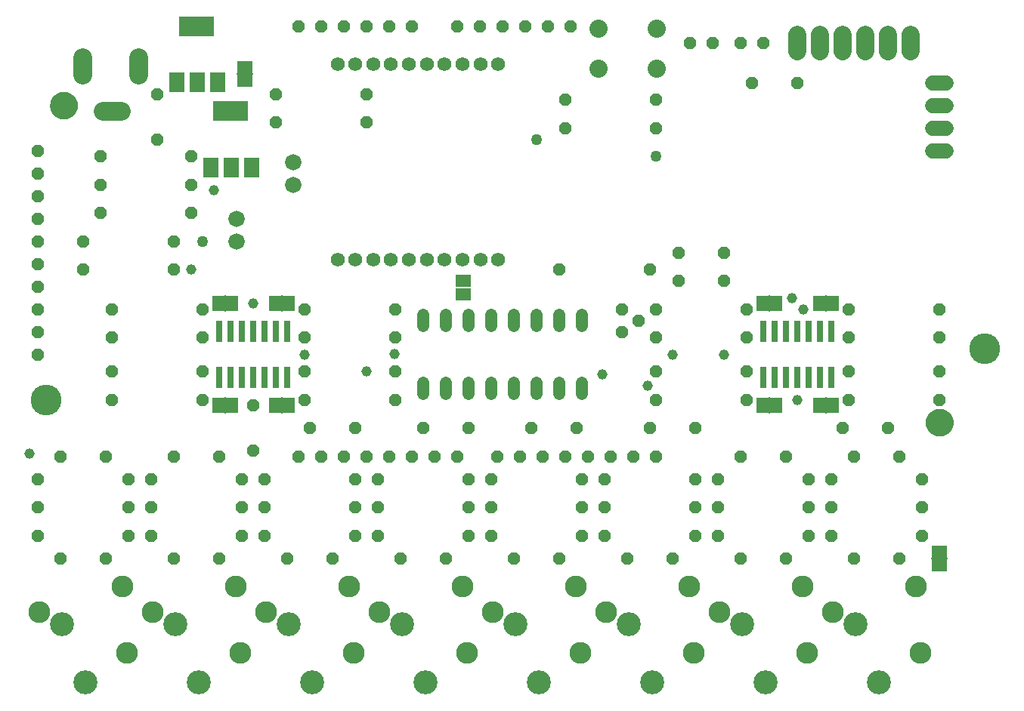
<source format=gts>
G75*
G70*
%OFA0B0*%
%FSLAX24Y24*%
%IPPOS*%
%LPD*%
%AMOC8*
5,1,8,0,0,1.08239X$1,22.5*
%
%ADD10C,0.0960*%
%ADD11C,0.1060*%
%ADD12C,0.0800*%
%ADD13OC8,0.0540*%
%ADD14OC8,0.0560*%
%ADD15C,0.0651*%
%ADD16C,0.0500*%
%ADD17R,0.0690X0.0520*%
%ADD18R,0.0720X0.0060*%
%ADD19C,0.1360*%
%ADD20C,0.0847*%
%ADD21R,0.0650X0.0850*%
%ADD22R,0.1560X0.0850*%
%ADD23C,0.0620*%
%ADD24C,0.0651*%
%ADD25R,0.0300X0.0930*%
%ADD26R,0.0520X0.0690*%
%ADD27R,0.0060X0.0720*%
%ADD28C,0.0540*%
%ADD29C,0.0720*%
%ADD30C,0.0800*%
%ADD31C,0.0457*%
%ADD32C,0.0496*%
D10*
X006619Y005251D03*
X007759Y007061D03*
X006409Y008201D03*
X002759Y007061D03*
X011409Y008201D03*
X012759Y007061D03*
X011619Y005251D03*
X016409Y008201D03*
X017759Y007061D03*
X016619Y005251D03*
X021619Y005251D03*
X022759Y007061D03*
X021409Y008201D03*
X026409Y008201D03*
X027759Y007061D03*
X026619Y005251D03*
X031409Y008201D03*
X032759Y007061D03*
X031619Y005251D03*
X036409Y008201D03*
X037759Y007061D03*
X036619Y005251D03*
X041619Y005251D03*
X041409Y008201D03*
D11*
X004769Y003971D03*
X003749Y006511D03*
X008749Y006511D03*
X009769Y003971D03*
X013749Y006511D03*
X014769Y003971D03*
X018749Y006511D03*
X019769Y003971D03*
X023749Y006511D03*
X024769Y003971D03*
X028749Y006511D03*
X029769Y003971D03*
X033749Y006511D03*
X034769Y003971D03*
X038749Y006511D03*
X039769Y003971D03*
D12*
X040189Y031821D02*
X040189Y032561D01*
X039189Y032561D02*
X039189Y031821D01*
X038189Y031821D02*
X038189Y032561D01*
X037189Y032561D02*
X037189Y031821D01*
X036189Y031821D02*
X036189Y032561D01*
X041189Y032561D02*
X041189Y031821D01*
D13*
X036189Y030441D03*
X034189Y030441D03*
X029939Y029691D03*
X029939Y028441D03*
X025939Y028441D03*
X025939Y029691D03*
X017189Y029941D03*
X017189Y028691D03*
X013189Y028691D03*
X013189Y029941D03*
X009439Y027191D03*
X007939Y027941D03*
X005439Y027191D03*
X005439Y025941D03*
X005439Y024691D03*
X004689Y023441D03*
X004689Y022191D03*
X005939Y020441D03*
X005939Y019191D03*
X005939Y017691D03*
X005939Y016441D03*
X005689Y013941D03*
X006689Y012941D03*
X007689Y012941D03*
X008689Y013941D03*
X010689Y013941D03*
X011689Y012941D03*
X012689Y012941D03*
X012189Y014191D03*
X014689Y015191D03*
X014439Y016441D03*
X014439Y017691D03*
X014439Y019191D03*
X014439Y020441D03*
X018439Y020441D03*
X018439Y019191D03*
X018439Y017691D03*
X018439Y016441D03*
X019689Y015191D03*
X021689Y015191D03*
X021689Y012941D03*
X022689Y012941D03*
X022689Y011691D03*
X021689Y011691D03*
X021689Y010441D03*
X022689Y010441D03*
X023689Y009441D03*
X025689Y009441D03*
X026689Y010441D03*
X027689Y010441D03*
X027689Y011691D03*
X026689Y011691D03*
X026689Y012941D03*
X027689Y012941D03*
X026439Y015191D03*
X024439Y015191D03*
X029689Y015191D03*
X029939Y016441D03*
X029939Y017691D03*
X029939Y019191D03*
X029189Y019941D03*
X028439Y020441D03*
X028439Y019441D03*
X029939Y020441D03*
X030939Y021691D03*
X029689Y022191D03*
X030939Y022941D03*
X032939Y022941D03*
X032939Y021691D03*
X033939Y020441D03*
X033939Y019191D03*
X033939Y017691D03*
X033939Y016441D03*
X031689Y015191D03*
X033689Y013941D03*
X032689Y012941D03*
X031689Y012941D03*
X031689Y011691D03*
X032689Y011691D03*
X032689Y010441D03*
X031689Y010441D03*
X030689Y009441D03*
X028689Y009441D03*
X033689Y009441D03*
X035689Y009441D03*
X036689Y010441D03*
X037689Y010441D03*
X037689Y011691D03*
X036689Y011691D03*
X036689Y012941D03*
X037689Y012941D03*
X038689Y013941D03*
X038189Y015191D03*
X038439Y016441D03*
X038439Y017691D03*
X038439Y019191D03*
X038439Y020441D03*
X042439Y020441D03*
X042439Y019191D03*
X042439Y017691D03*
X042439Y016441D03*
X040189Y015191D03*
X040689Y013941D03*
X041689Y012941D03*
X041689Y011691D03*
X041689Y010441D03*
X040689Y009441D03*
X038689Y009441D03*
X035689Y013941D03*
X025689Y022191D03*
X016689Y015191D03*
X016689Y012941D03*
X017689Y012941D03*
X017689Y011691D03*
X016689Y011691D03*
X016689Y010441D03*
X017689Y010441D03*
X018689Y009441D03*
X020689Y009441D03*
X015689Y009441D03*
X013689Y009441D03*
X012689Y010441D03*
X011689Y010441D03*
X011689Y011691D03*
X012689Y011691D03*
X010689Y009441D03*
X008689Y009441D03*
X007689Y010441D03*
X006689Y010441D03*
X006689Y011691D03*
X007689Y011691D03*
X005689Y009441D03*
X003689Y009441D03*
X002689Y010441D03*
X002689Y011691D03*
X002689Y012941D03*
X003689Y013941D03*
X009939Y016441D03*
X009939Y017691D03*
X009939Y019191D03*
X009939Y020441D03*
X008689Y022191D03*
X008689Y023441D03*
X009439Y024691D03*
X009439Y025941D03*
X007939Y029941D03*
X012189Y016191D03*
D14*
X014189Y013941D03*
X015189Y013941D03*
X016189Y013941D03*
X017189Y013941D03*
X018189Y013941D03*
X019189Y013941D03*
X020189Y013941D03*
X021189Y013941D03*
X022939Y013941D03*
X023939Y013941D03*
X024939Y013941D03*
X025939Y013941D03*
X026939Y013941D03*
X027939Y013941D03*
X028939Y013941D03*
X029939Y013941D03*
X031439Y032191D03*
X032439Y032191D03*
X033689Y032191D03*
X034689Y032191D03*
X026189Y032941D03*
X025189Y032941D03*
X024189Y032941D03*
X023189Y032941D03*
X022189Y032941D03*
X021189Y032941D03*
X019189Y032941D03*
X018189Y032941D03*
X017189Y032941D03*
X016189Y032941D03*
X015189Y032941D03*
X014189Y032941D03*
X002689Y027441D03*
X002689Y026441D03*
X002689Y025441D03*
X002689Y024441D03*
X002689Y023441D03*
X002689Y022441D03*
X002689Y021441D03*
X002689Y020441D03*
X002689Y019441D03*
X002689Y018441D03*
D15*
X003814Y029441D03*
X042439Y015441D03*
D16*
X042083Y015441D02*
X042085Y015478D01*
X042091Y015515D01*
X042100Y015551D01*
X042114Y015586D01*
X042131Y015619D01*
X042151Y015650D01*
X042174Y015679D01*
X042201Y015706D01*
X042230Y015729D01*
X042261Y015749D01*
X042294Y015766D01*
X042329Y015780D01*
X042365Y015789D01*
X042402Y015795D01*
X042439Y015797D01*
X042476Y015795D01*
X042513Y015789D01*
X042549Y015780D01*
X042584Y015766D01*
X042617Y015749D01*
X042648Y015729D01*
X042677Y015706D01*
X042704Y015679D01*
X042727Y015650D01*
X042747Y015619D01*
X042764Y015586D01*
X042778Y015551D01*
X042787Y015515D01*
X042793Y015478D01*
X042795Y015441D01*
X042793Y015404D01*
X042787Y015367D01*
X042778Y015331D01*
X042764Y015296D01*
X042747Y015263D01*
X042727Y015232D01*
X042704Y015203D01*
X042677Y015176D01*
X042648Y015153D01*
X042617Y015133D01*
X042584Y015116D01*
X042549Y015102D01*
X042513Y015093D01*
X042476Y015087D01*
X042439Y015085D01*
X042402Y015087D01*
X042365Y015093D01*
X042329Y015102D01*
X042294Y015116D01*
X042261Y015133D01*
X042230Y015153D01*
X042201Y015176D01*
X042174Y015203D01*
X042151Y015232D01*
X042131Y015263D01*
X042114Y015296D01*
X042100Y015331D01*
X042091Y015367D01*
X042085Y015404D01*
X042083Y015441D01*
X003458Y029441D02*
X003460Y029478D01*
X003466Y029515D01*
X003475Y029551D01*
X003489Y029586D01*
X003506Y029619D01*
X003526Y029650D01*
X003549Y029679D01*
X003576Y029706D01*
X003605Y029729D01*
X003636Y029749D01*
X003669Y029766D01*
X003704Y029780D01*
X003740Y029789D01*
X003777Y029795D01*
X003814Y029797D01*
X003851Y029795D01*
X003888Y029789D01*
X003924Y029780D01*
X003959Y029766D01*
X003992Y029749D01*
X004023Y029729D01*
X004052Y029706D01*
X004079Y029679D01*
X004102Y029650D01*
X004122Y029619D01*
X004139Y029586D01*
X004153Y029551D01*
X004162Y029515D01*
X004168Y029478D01*
X004170Y029441D01*
X004168Y029404D01*
X004162Y029367D01*
X004153Y029331D01*
X004139Y029296D01*
X004122Y029263D01*
X004102Y029232D01*
X004079Y029203D01*
X004052Y029176D01*
X004023Y029153D01*
X003992Y029133D01*
X003959Y029116D01*
X003924Y029102D01*
X003888Y029093D01*
X003851Y029087D01*
X003814Y029085D01*
X003777Y029087D01*
X003740Y029093D01*
X003704Y029102D01*
X003669Y029116D01*
X003636Y029133D01*
X003605Y029153D01*
X003576Y029176D01*
X003549Y029203D01*
X003526Y029232D01*
X003506Y029263D01*
X003489Y029296D01*
X003475Y029331D01*
X003466Y029367D01*
X003460Y029404D01*
X003458Y029441D01*
D17*
X011814Y030516D03*
X011814Y031116D03*
X021439Y021678D03*
X021439Y021078D03*
X042439Y009741D03*
X042439Y009141D03*
D18*
X042439Y009441D03*
X011814Y030816D03*
D19*
X003039Y016441D03*
X044439Y018691D03*
D20*
X007122Y030781D02*
X007122Y031569D01*
X004642Y031569D02*
X004642Y030781D01*
X005547Y029207D02*
X006335Y029207D01*
D21*
X008799Y030451D03*
X009699Y030451D03*
X010599Y030451D03*
X010299Y026701D03*
X011199Y026701D03*
X012099Y026701D03*
D22*
X011189Y029181D03*
X009689Y032931D03*
D23*
X015896Y031271D03*
X016683Y031271D03*
X017471Y031271D03*
X018258Y031271D03*
X019045Y031271D03*
X019833Y031271D03*
X020620Y031271D03*
X021408Y031271D03*
X022195Y031271D03*
X022982Y031271D03*
X022982Y022610D03*
X022195Y022610D03*
X021408Y022610D03*
X020620Y022610D03*
X019833Y022610D03*
X019045Y022610D03*
X018258Y022610D03*
X017471Y022610D03*
X016683Y022610D03*
X015896Y022610D03*
D24*
X042144Y027441D02*
X042734Y027441D01*
X042734Y028441D02*
X042144Y028441D01*
X042144Y029441D02*
X042734Y029441D01*
X042734Y030441D02*
X042144Y030441D01*
D25*
X037689Y019466D03*
X037189Y019466D03*
X036689Y019466D03*
X036189Y019466D03*
X035689Y019466D03*
X035189Y019466D03*
X034689Y019466D03*
X034689Y017416D03*
X035189Y017416D03*
X035689Y017416D03*
X036189Y017416D03*
X036689Y017416D03*
X037189Y017416D03*
X037689Y017416D03*
X013689Y017416D03*
X013189Y017416D03*
X012689Y017416D03*
X012189Y017416D03*
X011689Y017416D03*
X011189Y017416D03*
X010689Y017416D03*
X010689Y019466D03*
X011189Y019466D03*
X011689Y019466D03*
X012189Y019466D03*
X012689Y019466D03*
X013189Y019466D03*
X013689Y019466D03*
D26*
X013739Y020691D03*
X013139Y020691D03*
X011239Y020691D03*
X010639Y020691D03*
X010639Y016191D03*
X011239Y016191D03*
X013139Y016191D03*
X013739Y016191D03*
X034639Y016191D03*
X035239Y016191D03*
X037139Y016191D03*
X037739Y016191D03*
X037739Y020691D03*
X037139Y020691D03*
X035239Y020691D03*
X034639Y020691D03*
D27*
X034939Y020691D03*
X037439Y020691D03*
X037439Y016191D03*
X034939Y016191D03*
X013439Y016191D03*
X010939Y016191D03*
X010939Y020691D03*
X013439Y020691D03*
D28*
X019689Y020181D02*
X019689Y019701D01*
X020689Y019701D02*
X020689Y020181D01*
X021689Y020181D02*
X021689Y019701D01*
X022689Y019701D02*
X022689Y020181D01*
X023689Y020181D02*
X023689Y019701D01*
X024689Y019701D02*
X024689Y020181D01*
X025689Y020181D02*
X025689Y019701D01*
X026689Y019701D02*
X026689Y020181D01*
X026689Y017181D02*
X026689Y016701D01*
X025689Y016701D02*
X025689Y017181D01*
X024689Y017181D02*
X024689Y016701D01*
X023689Y016701D02*
X023689Y017181D01*
X022689Y017181D02*
X022689Y016701D01*
X021689Y016701D02*
X021689Y017181D01*
X020689Y017181D02*
X020689Y016701D01*
X019689Y016701D02*
X019689Y017181D01*
D29*
X011439Y023441D03*
X011439Y024441D03*
X013939Y025941D03*
X013939Y026941D03*
D30*
X027409Y031051D03*
X027409Y032831D03*
X029969Y032831D03*
X029969Y031051D03*
D31*
X035939Y020941D03*
X036439Y020441D03*
X032939Y018441D03*
X030689Y018441D03*
X029564Y017066D03*
X027564Y017566D03*
X036189Y016441D03*
X018408Y018472D03*
X017189Y017691D03*
X014439Y018441D03*
X012189Y020691D03*
X009439Y022191D03*
X010439Y025691D03*
X002314Y014066D03*
D32*
X009939Y023441D03*
X024689Y027941D03*
X029939Y027191D03*
M02*

</source>
